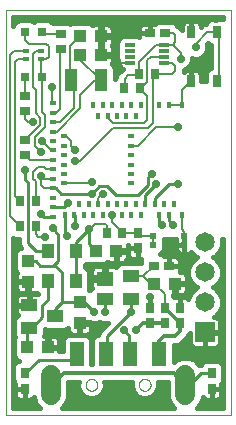
<source format=gtl>
G75*
%MOIN*%
%OFA0B0*%
%FSLAX25Y25*%
%IPPOS*%
%LPD*%
%AMOC8*
5,1,8,0,0,1.08239X$1,22.5*
%
%ADD10C,0.00000*%
%ADD11R,0.01575X0.02362*%
%ADD12R,0.02362X0.01575*%
%ADD13R,0.04331X0.07480*%
%ADD14R,0.04134X0.04252*%
%ADD15R,0.04252X0.04134*%
%ADD16R,0.02913X0.03642*%
%ADD17R,0.03642X0.02913*%
%ADD18R,0.05669X0.03937*%
%ADD19R,0.05669X0.04724*%
%ADD20C,0.06600*%
%ADD21R,0.04724X0.07874*%
%ADD22R,0.02756X0.03543*%
%ADD23R,0.02559X0.04134*%
%ADD24R,0.02165X0.02165*%
%ADD25R,0.03150X0.03150*%
%ADD26R,0.01969X0.01575*%
%ADD27R,0.03543X0.02756*%
%ADD28R,0.05512X0.03937*%
%ADD29R,0.03937X0.04724*%
%ADD30R,0.06500X0.06500*%
%ADD31C,0.06500*%
%ADD32R,0.03346X0.01181*%
%ADD33C,0.01600*%
%ADD34C,0.02775*%
%ADD35C,0.00800*%
%ADD36C,0.01000*%
%ADD37C,0.01200*%
D10*
X0035145Y0060631D02*
X0035145Y0195631D01*
X0110145Y0195631D01*
X0110145Y0060631D01*
X0035145Y0060631D01*
X0061817Y0070631D02*
X0061819Y0070719D01*
X0061825Y0070807D01*
X0061835Y0070895D01*
X0061849Y0070983D01*
X0061866Y0071069D01*
X0061888Y0071155D01*
X0061913Y0071239D01*
X0061943Y0071323D01*
X0061975Y0071405D01*
X0062012Y0071485D01*
X0062052Y0071564D01*
X0062096Y0071641D01*
X0062143Y0071716D01*
X0062193Y0071788D01*
X0062247Y0071859D01*
X0062303Y0071926D01*
X0062363Y0071992D01*
X0062425Y0072054D01*
X0062491Y0072114D01*
X0062558Y0072170D01*
X0062629Y0072224D01*
X0062701Y0072274D01*
X0062776Y0072321D01*
X0062853Y0072365D01*
X0062932Y0072405D01*
X0063012Y0072442D01*
X0063094Y0072474D01*
X0063178Y0072504D01*
X0063262Y0072529D01*
X0063348Y0072551D01*
X0063434Y0072568D01*
X0063522Y0072582D01*
X0063610Y0072592D01*
X0063698Y0072598D01*
X0063786Y0072600D01*
X0063874Y0072598D01*
X0063962Y0072592D01*
X0064050Y0072582D01*
X0064138Y0072568D01*
X0064224Y0072551D01*
X0064310Y0072529D01*
X0064394Y0072504D01*
X0064478Y0072474D01*
X0064560Y0072442D01*
X0064640Y0072405D01*
X0064719Y0072365D01*
X0064796Y0072321D01*
X0064871Y0072274D01*
X0064943Y0072224D01*
X0065014Y0072170D01*
X0065081Y0072114D01*
X0065147Y0072054D01*
X0065209Y0071992D01*
X0065269Y0071926D01*
X0065325Y0071859D01*
X0065379Y0071788D01*
X0065429Y0071716D01*
X0065476Y0071641D01*
X0065520Y0071564D01*
X0065560Y0071485D01*
X0065597Y0071405D01*
X0065629Y0071323D01*
X0065659Y0071239D01*
X0065684Y0071155D01*
X0065706Y0071069D01*
X0065723Y0070983D01*
X0065737Y0070895D01*
X0065747Y0070807D01*
X0065753Y0070719D01*
X0065755Y0070631D01*
X0065753Y0070543D01*
X0065747Y0070455D01*
X0065737Y0070367D01*
X0065723Y0070279D01*
X0065706Y0070193D01*
X0065684Y0070107D01*
X0065659Y0070023D01*
X0065629Y0069939D01*
X0065597Y0069857D01*
X0065560Y0069777D01*
X0065520Y0069698D01*
X0065476Y0069621D01*
X0065429Y0069546D01*
X0065379Y0069474D01*
X0065325Y0069403D01*
X0065269Y0069336D01*
X0065209Y0069270D01*
X0065147Y0069208D01*
X0065081Y0069148D01*
X0065014Y0069092D01*
X0064943Y0069038D01*
X0064871Y0068988D01*
X0064796Y0068941D01*
X0064719Y0068897D01*
X0064640Y0068857D01*
X0064560Y0068820D01*
X0064478Y0068788D01*
X0064394Y0068758D01*
X0064310Y0068733D01*
X0064224Y0068711D01*
X0064138Y0068694D01*
X0064050Y0068680D01*
X0063962Y0068670D01*
X0063874Y0068664D01*
X0063786Y0068662D01*
X0063698Y0068664D01*
X0063610Y0068670D01*
X0063522Y0068680D01*
X0063434Y0068694D01*
X0063348Y0068711D01*
X0063262Y0068733D01*
X0063178Y0068758D01*
X0063094Y0068788D01*
X0063012Y0068820D01*
X0062932Y0068857D01*
X0062853Y0068897D01*
X0062776Y0068941D01*
X0062701Y0068988D01*
X0062629Y0069038D01*
X0062558Y0069092D01*
X0062491Y0069148D01*
X0062425Y0069208D01*
X0062363Y0069270D01*
X0062303Y0069336D01*
X0062247Y0069403D01*
X0062193Y0069474D01*
X0062143Y0069546D01*
X0062096Y0069621D01*
X0062052Y0069698D01*
X0062012Y0069777D01*
X0061975Y0069857D01*
X0061943Y0069939D01*
X0061913Y0070023D01*
X0061888Y0070107D01*
X0061866Y0070193D01*
X0061849Y0070279D01*
X0061835Y0070367D01*
X0061825Y0070455D01*
X0061819Y0070543D01*
X0061817Y0070631D01*
X0079534Y0070631D02*
X0079536Y0070719D01*
X0079542Y0070807D01*
X0079552Y0070895D01*
X0079566Y0070983D01*
X0079583Y0071069D01*
X0079605Y0071155D01*
X0079630Y0071239D01*
X0079660Y0071323D01*
X0079692Y0071405D01*
X0079729Y0071485D01*
X0079769Y0071564D01*
X0079813Y0071641D01*
X0079860Y0071716D01*
X0079910Y0071788D01*
X0079964Y0071859D01*
X0080020Y0071926D01*
X0080080Y0071992D01*
X0080142Y0072054D01*
X0080208Y0072114D01*
X0080275Y0072170D01*
X0080346Y0072224D01*
X0080418Y0072274D01*
X0080493Y0072321D01*
X0080570Y0072365D01*
X0080649Y0072405D01*
X0080729Y0072442D01*
X0080811Y0072474D01*
X0080895Y0072504D01*
X0080979Y0072529D01*
X0081065Y0072551D01*
X0081151Y0072568D01*
X0081239Y0072582D01*
X0081327Y0072592D01*
X0081415Y0072598D01*
X0081503Y0072600D01*
X0081591Y0072598D01*
X0081679Y0072592D01*
X0081767Y0072582D01*
X0081855Y0072568D01*
X0081941Y0072551D01*
X0082027Y0072529D01*
X0082111Y0072504D01*
X0082195Y0072474D01*
X0082277Y0072442D01*
X0082357Y0072405D01*
X0082436Y0072365D01*
X0082513Y0072321D01*
X0082588Y0072274D01*
X0082660Y0072224D01*
X0082731Y0072170D01*
X0082798Y0072114D01*
X0082864Y0072054D01*
X0082926Y0071992D01*
X0082986Y0071926D01*
X0083042Y0071859D01*
X0083096Y0071788D01*
X0083146Y0071716D01*
X0083193Y0071641D01*
X0083237Y0071564D01*
X0083277Y0071485D01*
X0083314Y0071405D01*
X0083346Y0071323D01*
X0083376Y0071239D01*
X0083401Y0071155D01*
X0083423Y0071069D01*
X0083440Y0070983D01*
X0083454Y0070895D01*
X0083464Y0070807D01*
X0083470Y0070719D01*
X0083472Y0070631D01*
X0083470Y0070543D01*
X0083464Y0070455D01*
X0083454Y0070367D01*
X0083440Y0070279D01*
X0083423Y0070193D01*
X0083401Y0070107D01*
X0083376Y0070023D01*
X0083346Y0069939D01*
X0083314Y0069857D01*
X0083277Y0069777D01*
X0083237Y0069698D01*
X0083193Y0069621D01*
X0083146Y0069546D01*
X0083096Y0069474D01*
X0083042Y0069403D01*
X0082986Y0069336D01*
X0082926Y0069270D01*
X0082864Y0069208D01*
X0082798Y0069148D01*
X0082731Y0069092D01*
X0082660Y0069038D01*
X0082588Y0068988D01*
X0082513Y0068941D01*
X0082436Y0068897D01*
X0082357Y0068857D01*
X0082277Y0068820D01*
X0082195Y0068788D01*
X0082111Y0068758D01*
X0082027Y0068733D01*
X0081941Y0068711D01*
X0081855Y0068694D01*
X0081767Y0068680D01*
X0081679Y0068670D01*
X0081591Y0068664D01*
X0081503Y0068662D01*
X0081415Y0068664D01*
X0081327Y0068670D01*
X0081239Y0068680D01*
X0081151Y0068694D01*
X0081065Y0068711D01*
X0080979Y0068733D01*
X0080895Y0068758D01*
X0080811Y0068788D01*
X0080729Y0068820D01*
X0080649Y0068857D01*
X0080570Y0068897D01*
X0080493Y0068941D01*
X0080418Y0068988D01*
X0080346Y0069038D01*
X0080275Y0069092D01*
X0080208Y0069148D01*
X0080142Y0069208D01*
X0080080Y0069270D01*
X0080020Y0069336D01*
X0079964Y0069403D01*
X0079910Y0069474D01*
X0079860Y0069546D01*
X0079813Y0069621D01*
X0079769Y0069698D01*
X0079729Y0069777D01*
X0079692Y0069857D01*
X0079660Y0069939D01*
X0079630Y0070023D01*
X0079605Y0070107D01*
X0079583Y0070193D01*
X0079566Y0070279D01*
X0079552Y0070367D01*
X0079542Y0070455D01*
X0079536Y0070543D01*
X0079534Y0070631D01*
D11*
X0080129Y0127324D03*
X0076979Y0127324D03*
X0075404Y0130867D03*
X0072255Y0130867D03*
X0073830Y0127324D03*
X0078554Y0130867D03*
X0081704Y0130867D03*
X0084853Y0130867D03*
X0086428Y0127324D03*
X0088003Y0130867D03*
X0091152Y0130867D03*
X0089578Y0127324D03*
X0093908Y0127324D03*
X0078554Y0160395D03*
X0076979Y0163938D03*
X0080129Y0163938D03*
X0075404Y0160395D03*
X0073830Y0163938D03*
X0072255Y0160395D03*
X0070680Y0163938D03*
X0069105Y0160395D03*
X0067530Y0163938D03*
X0065956Y0160395D03*
X0064381Y0163938D03*
X0065956Y0130867D03*
X0069105Y0130867D03*
X0067530Y0127324D03*
X0064381Y0127324D03*
X0061231Y0127324D03*
X0059656Y0130867D03*
X0058082Y0127324D03*
X0054932Y0127324D03*
X0062806Y0130867D03*
X0086428Y0163938D03*
X0089578Y0163938D03*
X0093908Y0163938D03*
D12*
X0076979Y0153505D03*
X0076979Y0150355D03*
X0076979Y0147206D03*
X0076979Y0144056D03*
X0076979Y0140906D03*
X0076979Y0137757D03*
X0054538Y0137757D03*
X0054538Y0140906D03*
X0054538Y0144056D03*
X0054538Y0147206D03*
X0054538Y0150355D03*
X0054538Y0153505D03*
X0050995Y0155080D03*
X0050995Y0151930D03*
X0050995Y0148781D03*
X0050995Y0145631D03*
X0050995Y0142481D03*
X0050995Y0139332D03*
X0050995Y0136182D03*
X0050995Y0133032D03*
X0050995Y0129883D03*
X0050995Y0126733D03*
X0050995Y0158229D03*
X0050995Y0161379D03*
X0050995Y0164529D03*
D13*
X0057036Y0172193D03*
X0066878Y0172193D03*
D14*
X0066964Y0180631D03*
X0066964Y0186881D03*
X0060075Y0186881D03*
X0060075Y0180631D03*
X0065137Y0115318D03*
X0072027Y0115318D03*
X0084762Y0104381D03*
X0091652Y0104381D03*
X0049214Y0083131D03*
X0042325Y0083131D03*
D15*
X0042645Y0104999D03*
X0042645Y0111888D03*
X0059832Y0098138D03*
X0059832Y0091249D03*
D16*
X0041520Y0074440D03*
X0041520Y0069322D03*
X0079207Y0116197D03*
X0079207Y0121315D03*
X0083270Y0096315D03*
X0083270Y0091197D03*
X0088270Y0091197D03*
X0088270Y0096315D03*
X0093270Y0096315D03*
X0093270Y0091197D03*
X0103770Y0074440D03*
X0103770Y0069322D03*
D17*
X0089579Y0110318D03*
X0084461Y0110318D03*
X0083148Y0187818D03*
X0088266Y0187818D03*
D18*
X0076975Y0106871D03*
X0076975Y0099391D03*
X0068314Y0099391D03*
D19*
X0068314Y0106084D03*
D20*
X0050204Y0073931D02*
X0050204Y0067331D01*
X0095086Y0067331D02*
X0095086Y0073931D01*
D21*
X0086424Y0080867D03*
X0076582Y0080867D03*
X0068708Y0080867D03*
X0058865Y0080867D03*
D22*
X0068836Y0121256D03*
X0073954Y0121256D03*
X0045141Y0123443D03*
X0045141Y0131881D03*
X0040023Y0131881D03*
X0040023Y0123443D03*
X0074711Y0169443D03*
X0079829Y0169443D03*
X0079711Y0174381D03*
X0084829Y0174381D03*
D23*
X0097100Y0171837D03*
X0105564Y0171837D03*
X0105564Y0188175D03*
X0097100Y0188175D03*
D24*
X0094736Y0120232D03*
X0094736Y0117280D03*
X0084303Y0117280D03*
X0084303Y0120232D03*
D25*
X0047410Y0173131D03*
X0041504Y0173131D03*
X0041504Y0188131D03*
X0047410Y0188131D03*
D26*
X0047016Y0182009D03*
X0047016Y0179253D03*
X0041898Y0179253D03*
X0041898Y0182009D03*
D27*
X0041645Y0166940D03*
X0041645Y0161822D03*
X0041645Y0152252D03*
X0041645Y0147134D03*
X0053520Y0182447D03*
X0053520Y0187565D03*
D28*
X0043001Y0097184D03*
X0043001Y0089703D03*
X0051663Y0093443D03*
D29*
X0049170Y0105318D03*
X0049170Y0115318D03*
X0058619Y0115318D03*
X0058619Y0105318D03*
D30*
X0101645Y0088131D03*
D31*
X0101645Y0098131D03*
X0101645Y0108131D03*
X0101645Y0118131D03*
D32*
X0087916Y0178053D03*
X0087916Y0180022D03*
X0087916Y0181990D03*
X0087916Y0183959D03*
X0076498Y0183959D03*
X0076498Y0181990D03*
X0076498Y0180022D03*
X0076498Y0178053D03*
D33*
X0074104Y0175800D02*
X0072396Y0174092D01*
X0072062Y0173287D01*
X0071973Y0173250D01*
X0071444Y0172720D01*
X0071444Y0176411D01*
X0071078Y0177293D01*
X0070655Y0177717D01*
X0070709Y0177810D01*
X0070831Y0178268D01*
X0070831Y0180397D01*
X0067198Y0180397D01*
X0067198Y0180864D01*
X0070831Y0180864D01*
X0070831Y0182994D01*
X0070709Y0183452D01*
X0070533Y0183756D01*
X0070709Y0184060D01*
X0070831Y0184518D01*
X0070831Y0186647D01*
X0067198Y0186647D01*
X0067198Y0180864D01*
X0066731Y0180864D01*
X0066731Y0184557D01*
X0066731Y0186647D01*
X0067198Y0186647D01*
X0067198Y0187114D01*
X0070831Y0187114D01*
X0070831Y0189244D01*
X0070709Y0189702D01*
X0070472Y0190112D01*
X0070137Y0190447D01*
X0069726Y0190684D01*
X0069268Y0190807D01*
X0067198Y0190807D01*
X0067198Y0187114D01*
X0066731Y0187114D01*
X0066731Y0190807D01*
X0064661Y0190807D01*
X0064203Y0190684D01*
X0063984Y0190558D01*
X0063501Y0191041D01*
X0062619Y0191407D01*
X0057530Y0191407D01*
X0056648Y0191041D01*
X0056604Y0190997D01*
X0055769Y0191343D01*
X0051271Y0191343D01*
X0050896Y0191188D01*
X0050344Y0191740D01*
X0049462Y0192106D01*
X0045358Y0192106D01*
X0044476Y0191740D01*
X0044457Y0191722D01*
X0044439Y0191740D01*
X0043557Y0192106D01*
X0039452Y0192106D01*
X0038570Y0191740D01*
X0037895Y0191065D01*
X0037545Y0190219D01*
X0037545Y0193231D01*
X0107745Y0193231D01*
X0107745Y0192467D01*
X0107321Y0192642D01*
X0103807Y0192642D01*
X0102925Y0192277D01*
X0102250Y0191602D01*
X0101991Y0190975D01*
X0101757Y0190975D01*
X0100728Y0190549D01*
X0100179Y0190000D01*
X0100179Y0190479D01*
X0100057Y0190937D01*
X0099820Y0191347D01*
X0099485Y0191682D01*
X0099074Y0191919D01*
X0098616Y0192042D01*
X0097100Y0192042D01*
X0097100Y0188175D01*
X0097100Y0188175D01*
X0097100Y0192042D01*
X0095583Y0192042D01*
X0095125Y0191919D01*
X0094715Y0191682D01*
X0094380Y0191347D01*
X0094143Y0190937D01*
X0094020Y0190479D01*
X0094020Y0188775D01*
X0094018Y0188779D01*
X0093231Y0189567D01*
X0092606Y0190192D01*
X0092243Y0190342D01*
X0092122Y0190635D01*
X0091446Y0191310D01*
X0090564Y0191675D01*
X0085968Y0191675D01*
X0085086Y0191310D01*
X0084851Y0191075D01*
X0083148Y0191075D01*
X0081090Y0191075D01*
X0080632Y0190952D01*
X0080222Y0190715D01*
X0079887Y0190380D01*
X0079650Y0189970D01*
X0079527Y0189512D01*
X0079527Y0187818D01*
X0079527Y0186585D01*
X0078649Y0186949D01*
X0074348Y0186949D01*
X0073466Y0186584D01*
X0072791Y0185909D01*
X0072425Y0185027D01*
X0072425Y0178954D01*
X0072791Y0178072D01*
X0073025Y0177837D01*
X0073025Y0177226D01*
X0073148Y0176768D01*
X0073385Y0176357D01*
X0073720Y0176022D01*
X0074104Y0175800D01*
X0074028Y0175724D02*
X0071444Y0175724D01*
X0071444Y0174125D02*
X0072429Y0174125D01*
X0073025Y0177322D02*
X0071049Y0177322D01*
X0070831Y0178921D02*
X0072439Y0178921D01*
X0072425Y0180519D02*
X0067198Y0180519D01*
X0067198Y0182118D02*
X0066731Y0182118D01*
X0066731Y0183716D02*
X0067198Y0183716D01*
X0067198Y0185315D02*
X0066731Y0185315D01*
X0067198Y0186913D02*
X0074261Y0186913D01*
X0072545Y0185315D02*
X0070831Y0185315D01*
X0070556Y0183716D02*
X0072425Y0183716D01*
X0072425Y0182118D02*
X0070831Y0182118D01*
X0070831Y0188512D02*
X0079527Y0188512D01*
X0079527Y0187818D02*
X0083148Y0187818D01*
X0079527Y0187818D01*
X0079527Y0186913D02*
X0078736Y0186913D01*
X0079731Y0190110D02*
X0070473Y0190110D01*
X0067198Y0190110D02*
X0066731Y0190110D01*
X0066731Y0188512D02*
X0067198Y0188512D01*
X0083148Y0188512D02*
X0083148Y0188512D01*
X0083148Y0187819D02*
X0083148Y0191075D01*
X0083148Y0187819D01*
X0083148Y0187819D01*
X0083148Y0187818D02*
X0083148Y0187818D01*
X0083148Y0190110D02*
X0083148Y0190110D01*
X0092687Y0190110D02*
X0094020Y0190110D01*
X0094761Y0191709D02*
X0050376Y0191709D01*
X0038539Y0191709D02*
X0037545Y0191709D01*
X0037545Y0119530D02*
X0038168Y0119272D01*
X0039745Y0119272D01*
X0039745Y0117242D01*
X0040112Y0116355D01*
X0040041Y0116355D01*
X0039159Y0115990D01*
X0038484Y0115315D01*
X0038119Y0114433D01*
X0038119Y0109344D01*
X0038484Y0108462D01*
X0038967Y0107979D01*
X0038841Y0107760D01*
X0038719Y0107302D01*
X0038719Y0105232D01*
X0042411Y0105232D01*
X0042411Y0104765D01*
X0038719Y0104765D01*
X0038719Y0102695D01*
X0038841Y0102237D01*
X0039078Y0101826D01*
X0039413Y0101491D01*
X0039824Y0101254D01*
X0040282Y0101132D01*
X0042411Y0101132D01*
X0042411Y0104765D01*
X0042878Y0104765D01*
X0042878Y0101132D01*
X0045008Y0101132D01*
X0045465Y0101254D01*
X0045493Y0101270D01*
X0045812Y0100952D01*
X0043186Y0100952D01*
X0043186Y0097368D01*
X0042817Y0097368D01*
X0042817Y0100952D01*
X0040008Y0100952D01*
X0039551Y0100829D01*
X0039140Y0100592D01*
X0038805Y0100257D01*
X0038568Y0099847D01*
X0038445Y0099389D01*
X0038445Y0097368D01*
X0042817Y0097368D01*
X0042817Y0096999D01*
X0038445Y0096999D01*
X0038445Y0094978D01*
X0038568Y0094520D01*
X0038805Y0094110D01*
X0039114Y0093801D01*
X0038886Y0093706D01*
X0038211Y0093031D01*
X0037845Y0092149D01*
X0037845Y0087257D01*
X0038167Y0086481D01*
X0037858Y0085734D01*
X0037858Y0080528D01*
X0038223Y0079645D01*
X0038898Y0078970D01*
X0039645Y0078661D01*
X0039585Y0078661D01*
X0038703Y0078295D01*
X0038028Y0077620D01*
X0037663Y0076738D01*
X0037663Y0072142D01*
X0038028Y0071260D01*
X0038263Y0071025D01*
X0038263Y0069322D01*
X0041519Y0069322D01*
X0041519Y0069322D01*
X0038263Y0069322D01*
X0038263Y0067264D01*
X0038386Y0066806D01*
X0038623Y0066396D01*
X0038958Y0066061D01*
X0039368Y0065824D01*
X0039826Y0065701D01*
X0041520Y0065701D01*
X0043213Y0065701D01*
X0043671Y0065824D01*
X0044081Y0066061D01*
X0044417Y0066396D01*
X0044504Y0066546D01*
X0044504Y0066197D01*
X0045371Y0064102D01*
X0046443Y0063031D01*
X0037545Y0063031D01*
X0037545Y0119530D01*
X0037545Y0118177D02*
X0039745Y0118177D01*
X0040019Y0116579D02*
X0037545Y0116579D01*
X0037545Y0114980D02*
X0038345Y0114980D01*
X0038119Y0113382D02*
X0037545Y0113382D01*
X0037545Y0111783D02*
X0038119Y0111783D01*
X0038119Y0110185D02*
X0037545Y0110185D01*
X0037545Y0108586D02*
X0038432Y0108586D01*
X0038719Y0106988D02*
X0037545Y0106988D01*
X0037545Y0105389D02*
X0038719Y0105389D01*
X0038719Y0103791D02*
X0037545Y0103791D01*
X0037545Y0102192D02*
X0038867Y0102192D01*
X0039142Y0100594D02*
X0037545Y0100594D01*
X0037545Y0098995D02*
X0038445Y0098995D01*
X0038445Y0097397D02*
X0037545Y0097397D01*
X0037545Y0095798D02*
X0038445Y0095798D01*
X0038753Y0094200D02*
X0037545Y0094200D01*
X0037545Y0092601D02*
X0038033Y0092601D01*
X0037845Y0091003D02*
X0037545Y0091003D01*
X0037545Y0089404D02*
X0037845Y0089404D01*
X0037845Y0087806D02*
X0037545Y0087806D01*
X0037545Y0086207D02*
X0038054Y0086207D01*
X0037858Y0084609D02*
X0037545Y0084609D01*
X0037545Y0083010D02*
X0037858Y0083010D01*
X0037858Y0081412D02*
X0037545Y0081412D01*
X0037545Y0079813D02*
X0038154Y0079813D01*
X0038622Y0078215D02*
X0037545Y0078215D01*
X0037545Y0076616D02*
X0037663Y0076616D01*
X0037663Y0075018D02*
X0037545Y0075018D01*
X0037545Y0073419D02*
X0037663Y0073419D01*
X0037545Y0071820D02*
X0037796Y0071820D01*
X0037545Y0070222D02*
X0038263Y0070222D01*
X0038263Y0068623D02*
X0037545Y0068623D01*
X0037545Y0067025D02*
X0038327Y0067025D01*
X0037545Y0065426D02*
X0044823Y0065426D01*
X0045646Y0063828D02*
X0037545Y0063828D01*
X0041520Y0065701D02*
X0041520Y0069322D01*
X0041520Y0065701D01*
X0041520Y0067025D02*
X0041520Y0067025D01*
X0041520Y0068623D02*
X0041520Y0068623D01*
X0041520Y0069322D02*
X0041520Y0069322D01*
X0049448Y0082897D02*
X0049448Y0083364D01*
X0053081Y0083364D01*
X0053081Y0085494D01*
X0052959Y0085952D01*
X0052722Y0086362D01*
X0052387Y0086697D01*
X0051976Y0086934D01*
X0051518Y0087057D01*
X0049448Y0087057D01*
X0049448Y0083364D01*
X0048981Y0083364D01*
X0048981Y0087057D01*
X0048074Y0087057D01*
X0048157Y0087257D01*
X0048157Y0089188D01*
X0048429Y0089075D01*
X0054896Y0089075D01*
X0055778Y0089440D01*
X0055906Y0089568D01*
X0055906Y0088945D01*
X0056029Y0088487D01*
X0056266Y0088076D01*
X0056601Y0087741D01*
X0057011Y0087504D01*
X0057469Y0087382D01*
X0059599Y0087382D01*
X0059599Y0091015D01*
X0060066Y0091015D01*
X0060066Y0091482D01*
X0063130Y0091482D01*
X0063766Y0091219D01*
X0065273Y0091219D01*
X0066395Y0091683D01*
X0067516Y0091219D01*
X0069023Y0091219D01*
X0069207Y0091295D01*
X0067252Y0089339D01*
X0066436Y0088524D01*
X0065995Y0087458D01*
X0065995Y0087204D01*
X0065868Y0087204D01*
X0064986Y0086839D01*
X0064311Y0086164D01*
X0063945Y0085282D01*
X0063945Y0077693D01*
X0063627Y0077693D01*
X0063627Y0085282D01*
X0063262Y0086164D01*
X0062587Y0086839D01*
X0061705Y0087204D01*
X0056025Y0087204D01*
X0055143Y0086839D01*
X0054468Y0086164D01*
X0054103Y0085282D01*
X0054103Y0081968D01*
X0053081Y0081968D01*
X0053081Y0082897D01*
X0049448Y0082897D01*
X0049448Y0083010D02*
X0054103Y0083010D01*
X0054103Y0084609D02*
X0053081Y0084609D01*
X0052811Y0086207D02*
X0054512Y0086207D01*
X0055691Y0089404D02*
X0055906Y0089404D01*
X0056537Y0087806D02*
X0048157Y0087806D01*
X0048981Y0086207D02*
X0049448Y0086207D01*
X0049448Y0084609D02*
X0048981Y0084609D01*
X0043186Y0097397D02*
X0042817Y0097397D01*
X0042817Y0098995D02*
X0043186Y0098995D01*
X0043186Y0100594D02*
X0042817Y0100594D01*
X0042878Y0102192D02*
X0042411Y0102192D01*
X0042411Y0103791D02*
X0042878Y0103791D01*
X0059599Y0091003D02*
X0060066Y0091003D01*
X0060066Y0091015D02*
X0060066Y0087382D01*
X0062195Y0087382D01*
X0062653Y0087504D01*
X0063063Y0087741D01*
X0063398Y0088076D01*
X0063635Y0088487D01*
X0063758Y0088945D01*
X0063758Y0091015D01*
X0060066Y0091015D01*
X0060066Y0089404D02*
X0059599Y0089404D01*
X0059599Y0087806D02*
X0060066Y0087806D01*
X0063128Y0087806D02*
X0066139Y0087806D01*
X0067317Y0089404D02*
X0063758Y0089404D01*
X0063758Y0091003D02*
X0068915Y0091003D01*
X0064354Y0086207D02*
X0063218Y0086207D01*
X0063627Y0084609D02*
X0063945Y0084609D01*
X0063945Y0083010D02*
X0063627Y0083010D01*
X0063627Y0081412D02*
X0063945Y0081412D01*
X0063945Y0079813D02*
X0063627Y0079813D01*
X0063627Y0078215D02*
X0063945Y0078215D01*
X0068075Y0071693D02*
X0077215Y0071693D01*
X0077134Y0071500D01*
X0077134Y0069762D01*
X0077799Y0068156D01*
X0079028Y0066927D01*
X0080634Y0066262D01*
X0082372Y0066262D01*
X0083977Y0066927D01*
X0085206Y0068156D01*
X0085871Y0069762D01*
X0085871Y0071500D01*
X0085791Y0071693D01*
X0089386Y0071693D01*
X0089386Y0066197D01*
X0090253Y0064102D01*
X0091325Y0063031D01*
X0053965Y0063031D01*
X0055036Y0064102D01*
X0055904Y0066197D01*
X0055904Y0071693D01*
X0059498Y0071693D01*
X0059418Y0071500D01*
X0059418Y0069762D01*
X0060083Y0068156D01*
X0061312Y0066927D01*
X0062917Y0066262D01*
X0064655Y0066262D01*
X0066261Y0066927D01*
X0067490Y0068156D01*
X0068155Y0069762D01*
X0068155Y0071500D01*
X0068075Y0071693D01*
X0068155Y0070222D02*
X0077134Y0070222D01*
X0077606Y0068623D02*
X0067683Y0068623D01*
X0066358Y0067025D02*
X0078931Y0067025D01*
X0084075Y0067025D02*
X0089386Y0067025D01*
X0089386Y0068623D02*
X0085400Y0068623D01*
X0085871Y0070222D02*
X0089386Y0070222D01*
X0089705Y0065426D02*
X0055584Y0065426D01*
X0055904Y0067025D02*
X0061214Y0067025D01*
X0059889Y0068623D02*
X0055904Y0068623D01*
X0055904Y0070222D02*
X0059418Y0070222D01*
X0054762Y0063828D02*
X0090527Y0063828D01*
X0098847Y0063031D02*
X0099918Y0064102D01*
X0100786Y0066197D01*
X0100786Y0066546D01*
X0100873Y0066396D01*
X0101208Y0066061D01*
X0101618Y0065824D01*
X0102076Y0065701D01*
X0103770Y0065701D01*
X0105463Y0065701D01*
X0105921Y0065824D01*
X0106331Y0066061D01*
X0106667Y0066396D01*
X0106904Y0066806D01*
X0107026Y0067264D01*
X0107026Y0069322D01*
X0107026Y0071025D01*
X0107261Y0071260D01*
X0107626Y0072142D01*
X0107626Y0076738D01*
X0107261Y0077620D01*
X0106586Y0078295D01*
X0105704Y0078661D01*
X0101835Y0078661D01*
X0100953Y0078295D01*
X0100278Y0077620D01*
X0100162Y0077340D01*
X0099737Y0077340D01*
X0098314Y0078763D01*
X0096219Y0079631D01*
X0093952Y0079631D01*
X0091857Y0078763D01*
X0091186Y0078093D01*
X0091186Y0083881D01*
X0092304Y0083881D01*
X0093406Y0084338D01*
X0094969Y0085900D01*
X0095813Y0086744D01*
X0096055Y0087329D01*
X0096086Y0087341D01*
X0096595Y0087850D01*
X0096595Y0084644D01*
X0096717Y0084186D01*
X0096954Y0083776D01*
X0097289Y0083441D01*
X0097700Y0083204D01*
X0098158Y0083081D01*
X0101570Y0083081D01*
X0101570Y0088056D01*
X0101720Y0088056D01*
X0101720Y0088206D01*
X0106695Y0088206D01*
X0106695Y0091618D01*
X0106572Y0092076D01*
X0106335Y0092486D01*
X0106000Y0092821D01*
X0105589Y0093058D01*
X0105132Y0093181D01*
X0104458Y0093181D01*
X0104845Y0093341D01*
X0106434Y0094930D01*
X0107295Y0097007D01*
X0107295Y0099255D01*
X0106434Y0101331D01*
X0104845Y0102921D01*
X0104338Y0103131D01*
X0104845Y0103341D01*
X0106434Y0104930D01*
X0107295Y0107007D01*
X0107295Y0109255D01*
X0106434Y0111331D01*
X0104845Y0112921D01*
X0104338Y0113131D01*
X0104845Y0113341D01*
X0106434Y0114930D01*
X0107295Y0117007D01*
X0107295Y0119255D01*
X0107242Y0119381D01*
X0107745Y0119381D01*
X0107745Y0063031D01*
X0098847Y0063031D01*
X0099644Y0063828D02*
X0107745Y0063828D01*
X0107745Y0065426D02*
X0100466Y0065426D01*
X0103770Y0065701D02*
X0103770Y0069322D01*
X0107026Y0069322D01*
X0103770Y0069322D01*
X0103770Y0069322D01*
X0103770Y0065701D01*
X0103770Y0067025D02*
X0103770Y0067025D01*
X0103770Y0068623D02*
X0103770Y0068623D01*
X0103770Y0069322D02*
X0103770Y0069322D01*
X0107026Y0068623D02*
X0107745Y0068623D01*
X0107745Y0067025D02*
X0106962Y0067025D01*
X0107026Y0070222D02*
X0107745Y0070222D01*
X0107745Y0071820D02*
X0107493Y0071820D01*
X0107626Y0073419D02*
X0107745Y0073419D01*
X0107745Y0075018D02*
X0107626Y0075018D01*
X0107626Y0076616D02*
X0107745Y0076616D01*
X0107745Y0078215D02*
X0106667Y0078215D01*
X0107745Y0079813D02*
X0091186Y0079813D01*
X0091186Y0078215D02*
X0091308Y0078215D01*
X0091186Y0081412D02*
X0107745Y0081412D01*
X0107745Y0083010D02*
X0091186Y0083010D01*
X0093677Y0084609D02*
X0096604Y0084609D01*
X0096595Y0086207D02*
X0095276Y0086207D01*
X0096550Y0087806D02*
X0096595Y0087806D01*
X0101570Y0087806D02*
X0101720Y0087806D01*
X0101720Y0088056D02*
X0101720Y0083081D01*
X0105132Y0083081D01*
X0105589Y0083204D01*
X0106000Y0083441D01*
X0106335Y0083776D01*
X0106572Y0084186D01*
X0106695Y0084644D01*
X0106695Y0088056D01*
X0101720Y0088056D01*
X0101720Y0086207D02*
X0101570Y0086207D01*
X0101570Y0084609D02*
X0101720Y0084609D01*
X0100872Y0078215D02*
X0098863Y0078215D01*
X0106685Y0084609D02*
X0107745Y0084609D01*
X0107745Y0086207D02*
X0106695Y0086207D01*
X0106695Y0087806D02*
X0107745Y0087806D01*
X0107745Y0089404D02*
X0106695Y0089404D01*
X0106695Y0091003D02*
X0107745Y0091003D01*
X0107745Y0092601D02*
X0106220Y0092601D01*
X0105704Y0094200D02*
X0107745Y0094200D01*
X0107745Y0095798D02*
X0106794Y0095798D01*
X0107295Y0097397D02*
X0107745Y0097397D01*
X0107745Y0098995D02*
X0107295Y0098995D01*
X0107745Y0100594D02*
X0106740Y0100594D01*
X0107745Y0102192D02*
X0105574Y0102192D01*
X0105295Y0103791D02*
X0107745Y0103791D01*
X0107745Y0105389D02*
X0106624Y0105389D01*
X0107287Y0106988D02*
X0107745Y0106988D01*
X0107745Y0108586D02*
X0107295Y0108586D01*
X0106909Y0110185D02*
X0107745Y0110185D01*
X0107745Y0111783D02*
X0105983Y0111783D01*
X0104886Y0113382D02*
X0107745Y0113382D01*
X0107745Y0114980D02*
X0106455Y0114980D01*
X0107117Y0116579D02*
X0107745Y0116579D01*
X0107745Y0118177D02*
X0107295Y0118177D01*
X0098952Y0113131D02*
X0098444Y0112921D01*
X0096855Y0111331D01*
X0095995Y0109255D01*
X0095995Y0107007D01*
X0096855Y0104930D01*
X0098444Y0103341D01*
X0098952Y0103131D01*
X0098444Y0102921D01*
X0096855Y0101331D01*
X0096041Y0099367D01*
X0095831Y0099576D01*
X0095421Y0099813D01*
X0094963Y0099936D01*
X0093270Y0099936D01*
X0093270Y0096315D01*
X0093270Y0096315D01*
X0093270Y0099936D01*
X0091576Y0099936D01*
X0091374Y0099882D01*
X0091086Y0100170D01*
X0091070Y0100177D01*
X0091070Y0100455D01*
X0091418Y0100455D01*
X0091418Y0104147D01*
X0091885Y0104147D01*
X0091885Y0100455D01*
X0093956Y0100455D01*
X0094414Y0100578D01*
X0094824Y0100815D01*
X0095159Y0101150D01*
X0095396Y0101560D01*
X0095519Y0102018D01*
X0095519Y0104147D01*
X0091886Y0104147D01*
X0091886Y0104614D01*
X0095519Y0104614D01*
X0095519Y0106744D01*
X0095396Y0107202D01*
X0095159Y0107612D01*
X0094824Y0107947D01*
X0094414Y0108184D01*
X0093956Y0108307D01*
X0093114Y0108307D01*
X0093199Y0108625D01*
X0093199Y0110318D01*
X0089579Y0110318D01*
X0089579Y0110318D01*
X0093199Y0110318D01*
X0093199Y0112012D01*
X0093077Y0112470D01*
X0092840Y0112880D01*
X0092505Y0113215D01*
X0092094Y0113452D01*
X0091636Y0113575D01*
X0089579Y0113575D01*
X0089579Y0110319D01*
X0089579Y0110319D01*
X0089579Y0113575D01*
X0087876Y0113575D01*
X0087641Y0113810D01*
X0086759Y0114175D01*
X0086758Y0114175D01*
X0087420Y0114837D01*
X0087786Y0115719D01*
X0087786Y0119381D01*
X0091853Y0119381D01*
X0091853Y0118913D01*
X0091895Y0118756D01*
X0091853Y0118599D01*
X0091853Y0117280D01*
X0094736Y0117280D01*
X0094736Y0119381D01*
X0094736Y0119381D01*
X0094736Y0117280D01*
X0094736Y0117280D01*
X0094736Y0117279D01*
X0094736Y0117279D01*
X0094736Y0114397D01*
X0093416Y0114397D01*
X0092959Y0114520D01*
X0092548Y0114756D01*
X0092213Y0115092D01*
X0091976Y0115502D01*
X0091853Y0115960D01*
X0091853Y0117279D01*
X0094736Y0117279D01*
X0094736Y0114397D01*
X0096056Y0114397D01*
X0096514Y0114520D01*
X0096924Y0114756D01*
X0096976Y0114809D01*
X0098444Y0113341D01*
X0098952Y0113131D01*
X0098403Y0113382D02*
X0092217Y0113382D01*
X0092324Y0114980D02*
X0087480Y0114980D01*
X0087786Y0116579D02*
X0091853Y0116579D01*
X0091853Y0118177D02*
X0087786Y0118177D01*
X0089579Y0113382D02*
X0089579Y0113382D01*
X0089579Y0111783D02*
X0089579Y0111783D01*
X0093199Y0111783D02*
X0097307Y0111783D01*
X0096380Y0110185D02*
X0093199Y0110185D01*
X0093189Y0108586D02*
X0095995Y0108586D01*
X0096003Y0106988D02*
X0095454Y0106988D01*
X0095519Y0105389D02*
X0096665Y0105389D01*
X0095519Y0103791D02*
X0097994Y0103791D01*
X0097716Y0102192D02*
X0095519Y0102192D01*
X0096549Y0100594D02*
X0094442Y0100594D01*
X0093270Y0098995D02*
X0093270Y0098995D01*
X0093270Y0097397D02*
X0093270Y0097397D01*
X0091885Y0100594D02*
X0091418Y0100594D01*
X0091418Y0102192D02*
X0091885Y0102192D01*
X0091885Y0103791D02*
X0091418Y0103791D01*
X0094736Y0114980D02*
X0094736Y0114980D01*
X0094736Y0116579D02*
X0094736Y0116579D01*
X0094736Y0118177D02*
X0094736Y0118177D01*
X0083270Y0099855D02*
X0083270Y0096315D01*
X0083270Y0096315D01*
X0083270Y0099855D01*
X0083270Y0099855D01*
X0083270Y0098995D02*
X0083270Y0098995D01*
X0083270Y0097397D02*
X0083270Y0097397D01*
X0080240Y0111240D02*
X0073663Y0111240D01*
X0072781Y0110874D01*
X0072106Y0110199D01*
X0072030Y0110015D01*
X0071843Y0110123D01*
X0071385Y0110246D01*
X0068695Y0110246D01*
X0068695Y0106465D01*
X0067933Y0106465D01*
X0067933Y0110246D01*
X0065242Y0110246D01*
X0064784Y0110123D01*
X0064374Y0109886D01*
X0064039Y0109551D01*
X0063802Y0109141D01*
X0063679Y0108683D01*
X0063679Y0106465D01*
X0067933Y0106465D01*
X0067933Y0105703D01*
X0063679Y0105703D01*
X0063679Y0103484D01*
X0063791Y0103066D01*
X0063445Y0102719D01*
X0063257Y0102265D01*
X0062951Y0102392D01*
X0062987Y0102479D01*
X0062987Y0108158D01*
X0062622Y0109040D01*
X0061947Y0109715D01*
X0061519Y0109892D01*
X0061519Y0110744D01*
X0061947Y0110922D01*
X0062045Y0111019D01*
X0062593Y0110792D01*
X0067682Y0110792D01*
X0068564Y0111158D01*
X0069047Y0111641D01*
X0069265Y0111515D01*
X0069723Y0111392D01*
X0071793Y0111392D01*
X0071793Y0115085D01*
X0072260Y0115085D01*
X0072260Y0111392D01*
X0074331Y0111392D01*
X0074789Y0111515D01*
X0075199Y0111752D01*
X0075534Y0112087D01*
X0075771Y0112498D01*
X0075894Y0112955D01*
X0075894Y0115085D01*
X0072261Y0115085D01*
X0072261Y0115552D01*
X0075894Y0115552D01*
X0075894Y0117119D01*
X0075950Y0117143D01*
X0075950Y0116197D01*
X0079207Y0116197D01*
X0079207Y0116197D01*
X0075950Y0116197D01*
X0075950Y0114139D01*
X0076073Y0113681D01*
X0076310Y0113271D01*
X0076645Y0112936D01*
X0077056Y0112699D01*
X0077513Y0112576D01*
X0079207Y0112576D01*
X0079207Y0116197D01*
X0079207Y0116197D01*
X0079207Y0112576D01*
X0080374Y0112576D01*
X0080240Y0112252D01*
X0080240Y0111240D01*
X0080240Y0111783D02*
X0075230Y0111783D01*
X0075894Y0113382D02*
X0076246Y0113382D01*
X0075950Y0114980D02*
X0075894Y0114980D01*
X0075894Y0116579D02*
X0075950Y0116579D01*
X0079207Y0114980D02*
X0079207Y0114980D01*
X0079207Y0113382D02*
X0079207Y0113382D01*
X0072260Y0113382D02*
X0071793Y0113382D01*
X0071793Y0114980D02*
X0072260Y0114980D01*
X0072260Y0111783D02*
X0071793Y0111783D01*
X0071614Y0110185D02*
X0072100Y0110185D01*
X0068695Y0110185D02*
X0067933Y0110185D01*
X0067933Y0108586D02*
X0068695Y0108586D01*
X0068695Y0106988D02*
X0067933Y0106988D01*
X0065014Y0110185D02*
X0061519Y0110185D01*
X0062810Y0108586D02*
X0063679Y0108586D01*
X0063679Y0106988D02*
X0062987Y0106988D01*
X0062987Y0105389D02*
X0063679Y0105389D01*
X0063679Y0103791D02*
X0062987Y0103791D01*
X0097100Y0171881D02*
X0097100Y0175704D01*
X0097100Y0171881D01*
X0097100Y0171881D01*
X0097100Y0172527D02*
X0097100Y0172527D01*
X0097100Y0174125D02*
X0097100Y0174125D01*
X0097100Y0175704D02*
X0095583Y0175704D01*
X0095125Y0175581D01*
X0094715Y0175344D01*
X0094445Y0175073D01*
X0094445Y0175665D01*
X0095665Y0176170D01*
X0096730Y0177236D01*
X0097307Y0178628D01*
X0097307Y0179534D01*
X0097766Y0179344D01*
X0099273Y0179344D01*
X0100665Y0179920D01*
X0101730Y0180986D01*
X0102307Y0182378D01*
X0102307Y0183884D01*
X0102212Y0184114D01*
X0102549Y0184450D01*
X0102925Y0184074D01*
X0103532Y0183822D01*
X0103532Y0176189D01*
X0102925Y0175938D01*
X0102250Y0175263D01*
X0101885Y0174381D01*
X0101885Y0171881D01*
X0100179Y0171881D01*
X0100179Y0174141D01*
X0100057Y0174598D01*
X0099820Y0175009D01*
X0099485Y0175344D01*
X0099074Y0175581D01*
X0098616Y0175704D01*
X0097100Y0175704D01*
X0096766Y0177322D02*
X0103532Y0177322D01*
X0103532Y0178921D02*
X0097307Y0178921D01*
X0094587Y0175724D02*
X0102711Y0175724D01*
X0101885Y0174125D02*
X0100179Y0174125D01*
X0100179Y0172527D02*
X0101885Y0172527D01*
X0101264Y0180519D02*
X0103532Y0180519D01*
X0103532Y0182118D02*
X0102199Y0182118D01*
X0102307Y0183716D02*
X0103532Y0183716D01*
X0100289Y0190110D02*
X0100179Y0190110D01*
X0099439Y0191709D02*
X0102357Y0191709D01*
X0097100Y0191709D02*
X0097100Y0191709D01*
X0097100Y0190110D02*
X0097100Y0190110D01*
X0097100Y0188512D02*
X0097100Y0188512D01*
D34*
X0098520Y0183131D03*
X0102895Y0183443D03*
X0105145Y0192506D03*
X0093520Y0179381D03*
X0088895Y0192506D03*
X0072645Y0192506D03*
X0072145Y0177193D03*
X0056395Y0192506D03*
X0050707Y0170006D03*
X0044145Y0158131D03*
X0047270Y0151881D03*
X0047020Y0148131D03*
X0047020Y0140318D03*
X0041707Y0142193D03*
X0046957Y0127506D03*
X0050770Y0122818D03*
X0048270Y0120006D03*
X0055707Y0120318D03*
X0058270Y0123443D03*
X0062895Y0122506D03*
X0070707Y0127193D03*
X0067582Y0134381D03*
X0063832Y0134381D03*
X0063832Y0138131D03*
X0058207Y0145318D03*
X0058207Y0149068D03*
X0056020Y0131256D03*
X0063520Y0105943D03*
X0064520Y0095006D03*
X0068270Y0095006D03*
X0064520Y0088131D03*
X0074520Y0088756D03*
X0078520Y0088756D03*
X0077020Y0095006D03*
X0083270Y0100006D03*
X0076020Y0111881D03*
X0087332Y0124068D03*
X0090770Y0124068D03*
X0092582Y0137506D03*
X0085395Y0137506D03*
X0083832Y0140943D03*
X0092582Y0156568D03*
X0106395Y0112506D03*
X0106395Y0103131D03*
X0106395Y0093131D03*
X0106395Y0079381D03*
X0105145Y0064381D03*
X0088895Y0064381D03*
X0072645Y0064381D03*
X0056395Y0064381D03*
X0053270Y0082818D03*
X0040145Y0064381D03*
X0038895Y0101256D03*
X0038895Y0117506D03*
X0040145Y0192506D03*
X0093270Y0100006D03*
D35*
X0088270Y0100874D02*
X0088270Y0096315D01*
X0088270Y0100874D02*
X0084762Y0104381D01*
X0083503Y0104381D01*
X0081013Y0106871D01*
X0084461Y0110318D01*
X0081013Y0106871D02*
X0076975Y0106871D01*
X0084303Y0117280D02*
X0084303Y0120232D01*
X0080290Y0120232D01*
X0079207Y0121315D01*
X0074013Y0121315D01*
X0073954Y0121256D01*
X0073954Y0121509D01*
X0070707Y0124756D01*
X0070707Y0127193D01*
X0068270Y0124381D02*
X0068895Y0123756D01*
X0068895Y0121315D01*
X0068836Y0121256D01*
X0068270Y0124381D02*
X0064832Y0124381D01*
X0062957Y0122506D01*
X0062895Y0122506D01*
X0065956Y0130867D02*
X0065956Y0132754D01*
X0067582Y0134381D01*
X0063832Y0138131D02*
X0063458Y0137757D01*
X0054538Y0137757D01*
X0054600Y0137818D01*
X0050995Y0139332D02*
X0048006Y0139332D01*
X0047020Y0140318D01*
X0047020Y0137193D01*
X0048031Y0136182D01*
X0050995Y0136182D01*
X0050995Y0142481D02*
X0049544Y0142481D01*
X0049520Y0142506D01*
X0048582Y0142506D01*
X0047957Y0143131D01*
X0045770Y0143131D01*
X0044207Y0141568D01*
X0044207Y0139381D01*
X0045141Y0138447D01*
X0045141Y0131881D01*
X0050830Y0126568D02*
X0050995Y0126733D01*
X0048270Y0120006D02*
X0046082Y0120006D01*
X0045141Y0120947D01*
X0045141Y0123443D01*
X0040023Y0123443D02*
X0036707Y0126759D01*
X0036707Y0180631D01*
X0038085Y0182009D01*
X0041898Y0182009D01*
X0042957Y0184381D02*
X0048582Y0184381D01*
X0049520Y0183443D01*
X0049520Y0180006D01*
X0048767Y0179253D01*
X0047016Y0179253D01*
X0047016Y0173525D01*
X0047410Y0173131D01*
X0047410Y0161491D01*
X0048270Y0160631D01*
X0048270Y0156568D01*
X0044832Y0153131D01*
X0044832Y0150318D01*
X0047020Y0148131D01*
X0050370Y0148781D02*
X0047270Y0151881D01*
X0046707Y0157193D02*
X0041766Y0152252D01*
X0041645Y0152252D01*
X0041645Y0147134D02*
X0043148Y0145631D01*
X0050995Y0145631D01*
X0050995Y0148781D02*
X0050370Y0148781D01*
X0054912Y0153131D02*
X0054538Y0153505D01*
X0055396Y0153505D01*
X0057020Y0151881D01*
X0057020Y0150256D01*
X0058207Y0149068D01*
X0058207Y0145318D02*
X0059832Y0145318D01*
X0070770Y0156256D01*
X0082582Y0156256D01*
X0084145Y0157818D01*
X0084145Y0173697D01*
X0084829Y0174381D01*
X0090707Y0174381D01*
X0091645Y0175318D01*
X0091645Y0176881D01*
X0090472Y0178053D01*
X0087916Y0178053D01*
X0087900Y0180006D02*
X0087916Y0180022D01*
X0087900Y0180006D02*
X0083520Y0180006D01*
X0082270Y0178756D01*
X0082270Y0171568D01*
X0080145Y0169443D01*
X0079829Y0169443D01*
X0082270Y0167002D01*
X0082270Y0158756D01*
X0081332Y0157818D01*
X0070770Y0157818D01*
X0069105Y0159483D01*
X0069105Y0160395D01*
X0074711Y0169443D02*
X0074770Y0169502D01*
X0074770Y0172506D01*
X0076079Y0173815D01*
X0079770Y0173815D01*
X0079711Y0174381D01*
X0079711Y0178384D01*
X0085285Y0183959D01*
X0087916Y0183959D01*
X0090817Y0183959D01*
X0091645Y0184786D01*
X0091645Y0187193D01*
X0091020Y0187818D01*
X0088266Y0187818D01*
X0090817Y0183959D02*
X0093520Y0181256D01*
X0093520Y0179381D01*
X0098520Y0183131D02*
X0098520Y0184381D01*
X0102314Y0188175D01*
X0105564Y0188175D01*
X0106332Y0187720D01*
X0106332Y0172917D01*
X0105564Y0171837D01*
X0097100Y0171837D02*
X0093908Y0168958D01*
X0093908Y0163938D01*
X0089578Y0163938D01*
X0092582Y0156568D02*
X0085395Y0156568D01*
X0079181Y0150355D01*
X0076979Y0150355D01*
X0060082Y0167193D02*
X0065082Y0172193D01*
X0066878Y0172193D01*
X0060075Y0178997D01*
X0060075Y0180631D01*
X0056645Y0183451D02*
X0060075Y0186881D01*
X0056645Y0183451D02*
X0056645Y0172585D01*
X0057036Y0172193D01*
X0057895Y0171335D01*
X0057895Y0162818D01*
X0053306Y0158229D01*
X0050995Y0158229D01*
X0050995Y0161379D02*
X0052080Y0161379D01*
X0053207Y0162506D01*
X0053207Y0182134D01*
X0053520Y0182447D01*
X0053520Y0187565D02*
X0047976Y0187565D01*
X0047410Y0188131D01*
X0042957Y0184381D02*
X0041645Y0185693D01*
X0041645Y0187678D01*
X0041504Y0188131D01*
X0045273Y0182009D02*
X0044207Y0180943D01*
X0044207Y0170006D01*
X0045145Y0169068D01*
X0045145Y0161256D01*
X0046707Y0159693D01*
X0046707Y0157193D01*
X0044145Y0158131D02*
X0042645Y0158131D01*
X0041645Y0159131D01*
X0041645Y0161822D01*
X0041332Y0161256D01*
X0041645Y0166940D02*
X0041645Y0172991D01*
X0041504Y0173131D01*
X0038270Y0178131D02*
X0039392Y0179253D01*
X0041898Y0179253D01*
X0038270Y0178131D02*
X0038270Y0133634D01*
X0040023Y0131881D01*
X0050995Y0155080D02*
X0052343Y0155080D01*
X0060082Y0162818D01*
X0060082Y0167193D01*
X0055770Y0153131D02*
X0054912Y0153131D01*
X0051143Y0164381D02*
X0050995Y0164529D01*
X0050707Y0164816D01*
X0050707Y0170006D01*
X0047016Y0182009D02*
X0045273Y0182009D01*
X0072145Y0177193D02*
X0073004Y0178053D01*
X0076498Y0178053D01*
X0084829Y0174381D02*
X0084145Y0173072D01*
X0093908Y0127324D02*
X0093908Y0122520D01*
X0093895Y0122506D01*
X0094736Y0121664D01*
X0094736Y0120232D01*
D36*
X0090770Y0124068D02*
X0089578Y0125260D01*
X0089578Y0127324D01*
X0086428Y0124972D02*
X0087332Y0124068D01*
X0086428Y0124972D02*
X0086428Y0127324D01*
X0084853Y0130867D02*
X0084853Y0132902D01*
X0089457Y0137506D01*
X0092582Y0137506D01*
X0085395Y0137506D02*
X0081704Y0133815D01*
X0081704Y0130867D01*
X0079207Y0133756D02*
X0082645Y0137193D01*
X0082645Y0139756D01*
X0083832Y0140943D01*
X0079207Y0133756D02*
X0071957Y0133756D01*
X0068832Y0136881D01*
X0066332Y0136881D01*
X0063832Y0134381D01*
X0053582Y0134381D01*
X0051781Y0136182D01*
X0050995Y0136182D01*
X0051406Y0136182D01*
X0050995Y0129883D02*
X0054647Y0129883D01*
X0056020Y0131256D01*
X0054932Y0127324D02*
X0054932Y0121094D01*
X0055707Y0120318D01*
X0052645Y0120631D02*
X0050770Y0122818D01*
X0052645Y0120631D02*
X0052645Y0111881D01*
X0051082Y0110318D01*
X0051707Y0110318D01*
X0053895Y0108131D01*
X0053895Y0100943D01*
X0053902Y0100936D01*
X0053902Y0098138D01*
X0059832Y0098138D01*
X0058619Y0105318D02*
X0058619Y0115318D01*
X0058619Y0118230D01*
X0062895Y0122506D01*
X0062895Y0117561D01*
X0065137Y0115318D01*
X0058270Y0123443D02*
X0058270Y0127136D01*
X0058082Y0127324D01*
X0050830Y0126568D02*
X0047895Y0126568D01*
X0046957Y0127506D01*
X0042645Y0117818D02*
X0042645Y0138131D01*
X0041707Y0139068D01*
X0041707Y0142193D01*
X0050970Y0142506D02*
X0050995Y0142481D01*
X0050970Y0148756D02*
X0050995Y0148781D01*
X0066020Y0130931D02*
X0065956Y0130867D01*
X0051082Y0110318D02*
X0046707Y0110318D01*
X0045137Y0111888D01*
X0042645Y0111888D01*
X0045145Y0115318D02*
X0042645Y0117818D01*
X0045145Y0115318D02*
X0049170Y0115318D01*
X0049170Y0105318D02*
X0049170Y0099031D01*
X0047332Y0097193D01*
X0047332Y0093131D01*
X0043904Y0089703D01*
X0043001Y0089703D01*
X0042325Y0089027D01*
X0042325Y0083131D01*
X0046148Y0079068D02*
X0041520Y0074440D01*
X0046148Y0079068D02*
X0057316Y0079068D01*
X0058865Y0080867D01*
X0051663Y0093443D02*
X0051663Y0095899D01*
X0053902Y0098138D01*
X0068270Y0099346D02*
X0068270Y0095006D01*
X0068270Y0099346D02*
X0068314Y0099391D01*
X0074520Y0088756D02*
X0076395Y0086881D01*
X0076395Y0081054D01*
X0076582Y0080867D01*
X0068895Y0081054D02*
X0068708Y0080867D01*
X0068895Y0081054D02*
X0068895Y0086881D01*
X0077020Y0095006D01*
X0077020Y0099346D01*
X0076975Y0099391D01*
X0095086Y0070631D02*
X0096395Y0070631D01*
X0100204Y0074440D01*
X0103770Y0074440D01*
D37*
X0095086Y0070631D02*
X0091273Y0074693D01*
X0054516Y0074693D01*
X0050204Y0070631D01*
X0064520Y0095006D02*
X0061387Y0098138D01*
X0059832Y0098138D01*
X0078520Y0088756D02*
X0081020Y0091256D01*
X0082704Y0091256D01*
X0083016Y0090943D01*
X0083270Y0091197D01*
X0088270Y0091197D01*
X0087957Y0086881D02*
X0086424Y0085348D01*
X0086424Y0080867D01*
X0087957Y0086881D02*
X0091707Y0086881D01*
X0093270Y0088443D01*
X0093270Y0091197D01*
X0093270Y0091256D01*
X0088270Y0096256D01*
X0088270Y0096315D01*
M02*

</source>
